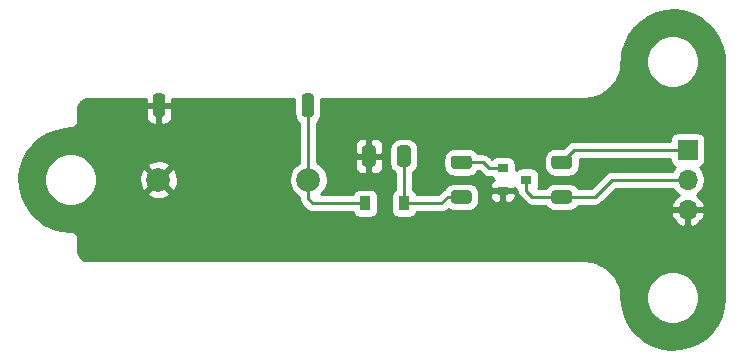
<source format=gbr>
G04 #@! TF.GenerationSoftware,KiCad,Pcbnew,5.1.10-88a1d61d58~90~ubuntu21.04.1*
G04 #@! TF.CreationDate,2021-08-24T10:00:05+02:00*
G04 #@! TF.ProjectId,Detector_SMD_Simple,44657465-6374-46f7-925f-534d445f5369,rev?*
G04 #@! TF.SameCoordinates,Original*
G04 #@! TF.FileFunction,Copper,L1,Top*
G04 #@! TF.FilePolarity,Positive*
%FSLAX46Y46*%
G04 Gerber Fmt 4.6, Leading zero omitted, Abs format (unit mm)*
G04 Created by KiCad (PCBNEW 5.1.10-88a1d61d58~90~ubuntu21.04.1) date 2021-08-24 10:00:05*
%MOMM*%
%LPD*%
G01*
G04 APERTURE LIST*
G04 #@! TA.AperFunction,ComponentPad*
%ADD10O,1.700000X1.700000*%
G04 #@! TD*
G04 #@! TA.AperFunction,ComponentPad*
%ADD11R,1.700000X1.700000*%
G04 #@! TD*
G04 #@! TA.AperFunction,ComponentPad*
%ADD12C,2.000000*%
G04 #@! TD*
G04 #@! TA.AperFunction,SMDPad,CuDef*
%ADD13R,0.900000X0.800000*%
G04 #@! TD*
G04 #@! TA.AperFunction,SMDPad,CuDef*
%ADD14R,0.900000X1.200000*%
G04 #@! TD*
G04 #@! TA.AperFunction,Conductor*
%ADD15C,0.250000*%
G04 #@! TD*
G04 #@! TA.AperFunction,Conductor*
%ADD16C,0.254000*%
G04 #@! TD*
G04 #@! TA.AperFunction,Conductor*
%ADD17C,0.100000*%
G04 #@! TD*
G04 APERTURE END LIST*
G04 #@! TA.AperFunction,SMDPad,CuDef*
G36*
G01*
X94974999Y-50900000D02*
X96225001Y-50900000D01*
G75*
G02*
X96475000Y-51149999I0J-249999D01*
G01*
X96475000Y-51775001D01*
G75*
G02*
X96225001Y-52025000I-249999J0D01*
G01*
X94974999Y-52025000D01*
G75*
G02*
X94725000Y-51775001I0J249999D01*
G01*
X94725000Y-51149999D01*
G75*
G02*
X94974999Y-50900000I249999J0D01*
G01*
G37*
G04 #@! TD.AperFunction*
G04 #@! TA.AperFunction,SMDPad,CuDef*
G36*
G01*
X94974999Y-47975000D02*
X96225001Y-47975000D01*
G75*
G02*
X96475000Y-48224999I0J-249999D01*
G01*
X96475000Y-48850001D01*
G75*
G02*
X96225001Y-49100000I-249999J0D01*
G01*
X94974999Y-49100000D01*
G75*
G02*
X94725000Y-48850001I0J249999D01*
G01*
X94725000Y-48224999D01*
G75*
G02*
X94974999Y-47975000I249999J0D01*
G01*
G37*
G04 #@! TD.AperFunction*
G04 #@! TA.AperFunction,SMDPad,CuDef*
G36*
G01*
X86474999Y-50900000D02*
X87725001Y-50900000D01*
G75*
G02*
X87975000Y-51149999I0J-249999D01*
G01*
X87975000Y-51775001D01*
G75*
G02*
X87725001Y-52025000I-249999J0D01*
G01*
X86474999Y-52025000D01*
G75*
G02*
X86225000Y-51775001I0J249999D01*
G01*
X86225000Y-51149999D01*
G75*
G02*
X86474999Y-50900000I249999J0D01*
G01*
G37*
G04 #@! TD.AperFunction*
G04 #@! TA.AperFunction,SMDPad,CuDef*
G36*
G01*
X86474999Y-47975000D02*
X87725001Y-47975000D01*
G75*
G02*
X87975000Y-48224999I0J-249999D01*
G01*
X87975000Y-48850001D01*
G75*
G02*
X87725001Y-49100000I-249999J0D01*
G01*
X86474999Y-49100000D01*
G75*
G02*
X86225000Y-48850001I0J249999D01*
G01*
X86225000Y-48224999D01*
G75*
G02*
X86474999Y-47975000I249999J0D01*
G01*
G37*
G04 #@! TD.AperFunction*
G04 #@! TA.AperFunction,SMDPad,CuDef*
G36*
G01*
X79850000Y-47349999D02*
X79850000Y-48650001D01*
G75*
G02*
X79600001Y-48900000I-249999J0D01*
G01*
X78949999Y-48900000D01*
G75*
G02*
X78700000Y-48650001I0J249999D01*
G01*
X78700000Y-47349999D01*
G75*
G02*
X78949999Y-47100000I249999J0D01*
G01*
X79600001Y-47100000D01*
G75*
G02*
X79850000Y-47349999I0J-249999D01*
G01*
G37*
G04 #@! TD.AperFunction*
G04 #@! TA.AperFunction,SMDPad,CuDef*
G36*
G01*
X82800000Y-47349999D02*
X82800000Y-48650001D01*
G75*
G02*
X82550001Y-48900000I-249999J0D01*
G01*
X81899999Y-48900000D01*
G75*
G02*
X81650000Y-48650001I0J249999D01*
G01*
X81650000Y-47349999D01*
G75*
G02*
X81899999Y-47100000I249999J0D01*
G01*
X82550001Y-47100000D01*
G75*
G02*
X82800000Y-47349999I0J-249999D01*
G01*
G37*
G04 #@! TD.AperFunction*
G04 #@! TA.AperFunction,SMDPad,CuDef*
G36*
G01*
X73600000Y-44450000D02*
X73600000Y-42950000D01*
G75*
G02*
X73850000Y-42700000I250000J0D01*
G01*
X74350000Y-42700000D01*
G75*
G02*
X74600000Y-42950000I0J-250000D01*
G01*
X74600000Y-44450000D01*
G75*
G02*
X74350000Y-44700000I-250000J0D01*
G01*
X73850000Y-44700000D01*
G75*
G02*
X73600000Y-44450000I0J250000D01*
G01*
G37*
G04 #@! TD.AperFunction*
G04 #@! TA.AperFunction,SMDPad,CuDef*
G36*
G01*
X61000000Y-44450000D02*
X61000000Y-42950000D01*
G75*
G02*
X61250000Y-42700000I250000J0D01*
G01*
X61750000Y-42700000D01*
G75*
G02*
X62000000Y-42950000I0J-250000D01*
G01*
X62000000Y-44450000D01*
G75*
G02*
X61750000Y-44700000I-250000J0D01*
G01*
X61250000Y-44700000D01*
G75*
G02*
X61000000Y-44450000I0J250000D01*
G01*
G37*
G04 #@! TD.AperFunction*
D10*
X106250000Y-52540000D03*
X106250000Y-50000000D03*
D11*
X106250000Y-47460000D03*
D12*
X74150000Y-50000000D03*
X61450000Y-50000000D03*
D13*
X92600000Y-50000000D03*
X90600000Y-50950000D03*
X90600000Y-49050000D03*
D14*
X78950000Y-52000000D03*
X82250000Y-52000000D03*
D15*
X87100000Y-51462500D02*
X85951500Y-51462500D01*
X85414000Y-52000000D02*
X82250000Y-52000000D01*
X85951500Y-51462500D02*
X85414000Y-52000000D01*
X82225000Y-48000000D02*
X82225000Y-49967000D01*
X82250000Y-49992000D02*
X82250000Y-52000000D01*
X82225000Y-49967000D02*
X82250000Y-49992000D01*
X96677500Y-47460000D02*
X95600000Y-48537500D01*
X106250000Y-47460000D02*
X96677500Y-47460000D01*
X74150000Y-50000000D02*
X74150000Y-51650000D01*
X74500000Y-52000000D02*
X78950000Y-52000000D01*
X74150000Y-51650000D02*
X74500000Y-52000000D01*
X74100000Y-49950000D02*
X74150000Y-50000000D01*
X74100000Y-43700000D02*
X74100000Y-49950000D01*
X95600000Y-51462500D02*
X98397500Y-51462500D01*
X99860000Y-50000000D02*
X106250000Y-50000000D01*
X98397500Y-51462500D02*
X99860000Y-50000000D01*
X92600000Y-50000000D02*
X92600000Y-50944000D01*
X93118500Y-51462500D02*
X95600000Y-51462500D01*
X92600000Y-50944000D02*
X93118500Y-51462500D01*
X87100000Y-48537500D02*
X88923500Y-48537500D01*
X89436000Y-49050000D02*
X90600000Y-49050000D01*
X88923500Y-48537500D02*
X89436000Y-49050000D01*
D16*
X105901795Y-35757406D02*
X106638838Y-35984150D01*
X107324083Y-36337832D01*
X107935866Y-36807270D01*
X108454850Y-37377624D01*
X108864632Y-38030874D01*
X109152255Y-38746359D01*
X109310748Y-39511691D01*
X109340001Y-40019037D01*
X109340000Y-59970608D01*
X109268827Y-60768083D01*
X109065344Y-61511890D01*
X108733363Y-62207904D01*
X108283374Y-62834130D01*
X107729597Y-63370777D01*
X107089549Y-63800871D01*
X106383447Y-64110829D01*
X105633620Y-64290847D01*
X104863758Y-64335236D01*
X104098210Y-64242594D01*
X103361163Y-64015850D01*
X102675919Y-63662170D01*
X102064131Y-63192728D01*
X101545151Y-62622376D01*
X101135368Y-61969126D01*
X100847745Y-61253639D01*
X100689252Y-60488309D01*
X100658906Y-59962008D01*
X100657037Y-59949351D01*
X100657223Y-59922730D01*
X100656323Y-59913558D01*
X100642273Y-59779872D01*
X102765000Y-59779872D01*
X102765000Y-60220128D01*
X102850890Y-60651925D01*
X103019369Y-61058669D01*
X103263962Y-61424729D01*
X103575271Y-61736038D01*
X103941331Y-61980631D01*
X104348075Y-62149110D01*
X104779872Y-62235000D01*
X105220128Y-62235000D01*
X105651925Y-62149110D01*
X106058669Y-61980631D01*
X106424729Y-61736038D01*
X106736038Y-61424729D01*
X106980631Y-61058669D01*
X107149110Y-60651925D01*
X107235000Y-60220128D01*
X107235000Y-59779872D01*
X107149110Y-59348075D01*
X106980631Y-58941331D01*
X106736038Y-58575271D01*
X106424729Y-58263962D01*
X106058669Y-58019369D01*
X105651925Y-57850890D01*
X105220128Y-57765000D01*
X104779872Y-57765000D01*
X104348075Y-57850890D01*
X103941331Y-58019369D01*
X103575271Y-58263962D01*
X103263962Y-58575271D01*
X103019369Y-58941331D01*
X102850890Y-59348075D01*
X102765000Y-59779872D01*
X100642273Y-59779872D01*
X100605322Y-59428316D01*
X100593302Y-59369760D01*
X100582086Y-59310959D01*
X100579422Y-59302138D01*
X100435142Y-58836044D01*
X100411954Y-58780881D01*
X100389552Y-58725435D01*
X100385226Y-58717299D01*
X100153162Y-58288106D01*
X100119729Y-58238539D01*
X100086958Y-58188460D01*
X100081134Y-58181319D01*
X99770125Y-57805374D01*
X99727708Y-57763252D01*
X99685826Y-57720483D01*
X99678725Y-57714610D01*
X99300618Y-57406233D01*
X99250809Y-57373141D01*
X99201437Y-57339334D01*
X99193331Y-57334952D01*
X98762527Y-57105890D01*
X98707233Y-57083099D01*
X98652240Y-57059529D01*
X98643437Y-57056804D01*
X98176347Y-56915781D01*
X98117653Y-56904159D01*
X98059156Y-56891725D01*
X98049991Y-56890762D01*
X97564405Y-56843150D01*
X97564402Y-56843150D01*
X97532419Y-56840000D01*
X55532277Y-56840000D01*
X55337460Y-56820898D01*
X55181105Y-56773692D01*
X55036904Y-56697018D01*
X54910336Y-56593792D01*
X54806232Y-56467951D01*
X54728553Y-56324289D01*
X54680258Y-56168271D01*
X54660000Y-55975527D01*
X54660000Y-54967581D01*
X54650450Y-54870617D01*
X54612710Y-54746207D01*
X54551425Y-54631550D01*
X54468948Y-54531052D01*
X54368449Y-54448575D01*
X54253792Y-54387290D01*
X54129382Y-54349550D01*
X54000000Y-54336807D01*
X53996965Y-54337106D01*
X53231917Y-54268827D01*
X52488110Y-54065344D01*
X51792096Y-53733363D01*
X51165870Y-53283374D01*
X50629223Y-52729597D01*
X50199129Y-52089549D01*
X49889171Y-51383447D01*
X49709153Y-50633620D01*
X49664764Y-49863759D01*
X49674915Y-49779872D01*
X51765000Y-49779872D01*
X51765000Y-50220128D01*
X51850890Y-50651925D01*
X52019369Y-51058669D01*
X52263962Y-51424729D01*
X52575271Y-51736038D01*
X52941331Y-51980631D01*
X53348075Y-52149110D01*
X53779872Y-52235000D01*
X54220128Y-52235000D01*
X54651925Y-52149110D01*
X55058669Y-51980631D01*
X55424729Y-51736038D01*
X55736038Y-51424729D01*
X55929352Y-51135413D01*
X60494192Y-51135413D01*
X60589956Y-51399814D01*
X60879571Y-51540704D01*
X61191108Y-51622384D01*
X61512595Y-51641718D01*
X61831675Y-51597961D01*
X62136088Y-51492795D01*
X62310044Y-51399814D01*
X62405808Y-51135413D01*
X61450000Y-50179605D01*
X60494192Y-51135413D01*
X55929352Y-51135413D01*
X55980631Y-51058669D01*
X56149110Y-50651925D01*
X56235000Y-50220128D01*
X56235000Y-50062595D01*
X59808282Y-50062595D01*
X59852039Y-50381675D01*
X59957205Y-50686088D01*
X60050186Y-50860044D01*
X60314587Y-50955808D01*
X61270395Y-50000000D01*
X61629605Y-50000000D01*
X62585413Y-50955808D01*
X62849814Y-50860044D01*
X62990704Y-50570429D01*
X63072384Y-50258892D01*
X63091718Y-49937405D01*
X63047961Y-49618325D01*
X62942795Y-49313912D01*
X62849814Y-49139956D01*
X62585413Y-49044192D01*
X61629605Y-50000000D01*
X61270395Y-50000000D01*
X60314587Y-49044192D01*
X60050186Y-49139956D01*
X59909296Y-49429571D01*
X59827616Y-49741108D01*
X59808282Y-50062595D01*
X56235000Y-50062595D01*
X56235000Y-49779872D01*
X56149110Y-49348075D01*
X55980631Y-48941331D01*
X55929353Y-48864587D01*
X60494192Y-48864587D01*
X61450000Y-49820395D01*
X62405808Y-48864587D01*
X62310044Y-48600186D01*
X62020429Y-48459296D01*
X61708892Y-48377616D01*
X61387405Y-48358282D01*
X61068325Y-48402039D01*
X60763912Y-48507205D01*
X60589956Y-48600186D01*
X60494192Y-48864587D01*
X55929353Y-48864587D01*
X55736038Y-48575271D01*
X55424729Y-48263962D01*
X55058669Y-48019369D01*
X54651925Y-47850890D01*
X54220128Y-47765000D01*
X53779872Y-47765000D01*
X53348075Y-47850890D01*
X52941331Y-48019369D01*
X52575271Y-48263962D01*
X52263962Y-48575271D01*
X52019369Y-48941331D01*
X51850890Y-49348075D01*
X51765000Y-49779872D01*
X49674915Y-49779872D01*
X49757406Y-49098205D01*
X49984150Y-48361162D01*
X50337832Y-47675917D01*
X50807270Y-47064134D01*
X51377624Y-46545150D01*
X52030874Y-46135368D01*
X52746359Y-45847745D01*
X53511691Y-45689252D01*
X53986575Y-45661871D01*
X54000000Y-45663193D01*
X54129382Y-45650450D01*
X54253792Y-45612710D01*
X54368449Y-45551425D01*
X54468948Y-45468948D01*
X54551425Y-45368450D01*
X54612710Y-45253793D01*
X54650450Y-45129383D01*
X54660000Y-45032419D01*
X54660000Y-44700000D01*
X60361928Y-44700000D01*
X60374188Y-44824482D01*
X60410498Y-44944180D01*
X60469463Y-45054494D01*
X60548815Y-45151185D01*
X60645506Y-45230537D01*
X60755820Y-45289502D01*
X60875518Y-45325812D01*
X61000000Y-45338072D01*
X61214250Y-45335000D01*
X61373000Y-45176250D01*
X61373000Y-43827000D01*
X61627000Y-43827000D01*
X61627000Y-45176250D01*
X61785750Y-45335000D01*
X62000000Y-45338072D01*
X62124482Y-45325812D01*
X62244180Y-45289502D01*
X62354494Y-45230537D01*
X62451185Y-45151185D01*
X62530537Y-45054494D01*
X62589502Y-44944180D01*
X62625812Y-44824482D01*
X62638072Y-44700000D01*
X62635000Y-43985750D01*
X62476250Y-43827000D01*
X61627000Y-43827000D01*
X61373000Y-43827000D01*
X60523750Y-43827000D01*
X60365000Y-43985750D01*
X60361928Y-44700000D01*
X54660000Y-44700000D01*
X54660000Y-44032277D01*
X54679102Y-43837460D01*
X54726308Y-43681106D01*
X54802982Y-43536904D01*
X54906207Y-43410337D01*
X55032051Y-43306231D01*
X55175711Y-43228553D01*
X55331729Y-43180258D01*
X55524473Y-43160000D01*
X60363906Y-43160000D01*
X60365000Y-43414250D01*
X60523750Y-43573000D01*
X61373000Y-43573000D01*
X61373000Y-43553000D01*
X61627000Y-43553000D01*
X61627000Y-43573000D01*
X62476250Y-43573000D01*
X62635000Y-43414250D01*
X62636094Y-43160000D01*
X72961928Y-43160000D01*
X72961928Y-44450000D01*
X72978992Y-44623254D01*
X73029528Y-44789850D01*
X73111595Y-44943386D01*
X73222038Y-45077962D01*
X73340000Y-45174771D01*
X73340001Y-48574827D01*
X73107748Y-48730013D01*
X72880013Y-48957748D01*
X72701082Y-49225537D01*
X72577832Y-49523088D01*
X72515000Y-49838967D01*
X72515000Y-50161033D01*
X72577832Y-50476912D01*
X72701082Y-50774463D01*
X72880013Y-51042252D01*
X73107748Y-51269987D01*
X73375537Y-51448918D01*
X73390001Y-51454909D01*
X73390001Y-51612668D01*
X73386324Y-51650000D01*
X73390001Y-51687333D01*
X73398447Y-51773080D01*
X73400998Y-51798985D01*
X73444454Y-51942246D01*
X73515026Y-52074276D01*
X73586201Y-52161002D01*
X73610000Y-52190001D01*
X73638998Y-52213799D01*
X73936196Y-52510997D01*
X73959999Y-52540001D01*
X74075724Y-52634974D01*
X74207753Y-52705546D01*
X74351014Y-52749003D01*
X74462667Y-52760000D01*
X74462675Y-52760000D01*
X74500000Y-52763676D01*
X74537325Y-52760000D01*
X77884962Y-52760000D01*
X77910498Y-52844180D01*
X77969463Y-52954494D01*
X78048815Y-53051185D01*
X78145506Y-53130537D01*
X78255820Y-53189502D01*
X78375518Y-53225812D01*
X78500000Y-53238072D01*
X79400000Y-53238072D01*
X79524482Y-53225812D01*
X79644180Y-53189502D01*
X79754494Y-53130537D01*
X79851185Y-53051185D01*
X79930537Y-52954494D01*
X79989502Y-52844180D01*
X80025812Y-52724482D01*
X80038072Y-52600000D01*
X80038072Y-51400000D01*
X80025812Y-51275518D01*
X79989502Y-51155820D01*
X79930537Y-51045506D01*
X79851185Y-50948815D01*
X79754494Y-50869463D01*
X79644180Y-50810498D01*
X79524482Y-50774188D01*
X79400000Y-50761928D01*
X78500000Y-50761928D01*
X78375518Y-50774188D01*
X78255820Y-50810498D01*
X78145506Y-50869463D01*
X78048815Y-50948815D01*
X77969463Y-51045506D01*
X77910498Y-51155820D01*
X77884962Y-51240000D01*
X75222239Y-51240000D01*
X75419987Y-51042252D01*
X75598918Y-50774463D01*
X75722168Y-50476912D01*
X75785000Y-50161033D01*
X75785000Y-49838967D01*
X75722168Y-49523088D01*
X75598918Y-49225537D01*
X75419987Y-48957748D01*
X75362239Y-48900000D01*
X78061928Y-48900000D01*
X78074188Y-49024482D01*
X78110498Y-49144180D01*
X78169463Y-49254494D01*
X78248815Y-49351185D01*
X78345506Y-49430537D01*
X78455820Y-49489502D01*
X78575518Y-49525812D01*
X78700000Y-49538072D01*
X78989250Y-49535000D01*
X79148000Y-49376250D01*
X79148000Y-48127000D01*
X79402000Y-48127000D01*
X79402000Y-49376250D01*
X79560750Y-49535000D01*
X79850000Y-49538072D01*
X79974482Y-49525812D01*
X80094180Y-49489502D01*
X80204494Y-49430537D01*
X80301185Y-49351185D01*
X80380537Y-49254494D01*
X80439502Y-49144180D01*
X80475812Y-49024482D01*
X80488072Y-48900000D01*
X80485000Y-48285750D01*
X80326250Y-48127000D01*
X79402000Y-48127000D01*
X79148000Y-48127000D01*
X78223750Y-48127000D01*
X78065000Y-48285750D01*
X78061928Y-48900000D01*
X75362239Y-48900000D01*
X75192252Y-48730013D01*
X74924463Y-48551082D01*
X74860000Y-48524380D01*
X74860000Y-47100000D01*
X78061928Y-47100000D01*
X78065000Y-47714250D01*
X78223750Y-47873000D01*
X79148000Y-47873000D01*
X79148000Y-46623750D01*
X79402000Y-46623750D01*
X79402000Y-47873000D01*
X80326250Y-47873000D01*
X80485000Y-47714250D01*
X80486821Y-47349999D01*
X81011928Y-47349999D01*
X81011928Y-48650001D01*
X81028992Y-48823255D01*
X81079528Y-48989851D01*
X81161595Y-49143387D01*
X81272038Y-49277962D01*
X81406613Y-49388405D01*
X81465001Y-49419614D01*
X81465001Y-49929668D01*
X81461324Y-49967000D01*
X81465001Y-50004333D01*
X81475998Y-50115986D01*
X81483581Y-50140985D01*
X81490000Y-50162146D01*
X81490000Y-50845680D01*
X81445506Y-50869463D01*
X81348815Y-50948815D01*
X81269463Y-51045506D01*
X81210498Y-51155820D01*
X81174188Y-51275518D01*
X81161928Y-51400000D01*
X81161928Y-52600000D01*
X81174188Y-52724482D01*
X81210498Y-52844180D01*
X81269463Y-52954494D01*
X81348815Y-53051185D01*
X81445506Y-53130537D01*
X81555820Y-53189502D01*
X81675518Y-53225812D01*
X81800000Y-53238072D01*
X82700000Y-53238072D01*
X82824482Y-53225812D01*
X82944180Y-53189502D01*
X83054494Y-53130537D01*
X83151185Y-53051185D01*
X83230537Y-52954494D01*
X83261327Y-52896890D01*
X104808524Y-52896890D01*
X104853175Y-53044099D01*
X104978359Y-53306920D01*
X105152412Y-53540269D01*
X105368645Y-53735178D01*
X105618748Y-53884157D01*
X105893109Y-53981481D01*
X106123000Y-53860814D01*
X106123000Y-52667000D01*
X106377000Y-52667000D01*
X106377000Y-53860814D01*
X106606891Y-53981481D01*
X106881252Y-53884157D01*
X107131355Y-53735178D01*
X107347588Y-53540269D01*
X107521641Y-53306920D01*
X107646825Y-53044099D01*
X107691476Y-52896890D01*
X107570155Y-52667000D01*
X106377000Y-52667000D01*
X106123000Y-52667000D01*
X104929845Y-52667000D01*
X104808524Y-52896890D01*
X83261327Y-52896890D01*
X83289502Y-52844180D01*
X83315038Y-52760000D01*
X85376678Y-52760000D01*
X85414000Y-52763676D01*
X85451322Y-52760000D01*
X85451333Y-52760000D01*
X85562986Y-52749003D01*
X85706247Y-52705546D01*
X85838276Y-52634974D01*
X85954001Y-52540001D01*
X85977803Y-52510998D01*
X85978198Y-52510603D01*
X85981613Y-52513405D01*
X86135149Y-52595472D01*
X86301745Y-52646008D01*
X86474999Y-52663072D01*
X87725001Y-52663072D01*
X87898255Y-52646008D01*
X88064851Y-52595472D01*
X88218387Y-52513405D01*
X88352962Y-52402962D01*
X88463405Y-52268387D01*
X88545472Y-52114851D01*
X88596008Y-51948255D01*
X88613072Y-51775001D01*
X88613072Y-51350000D01*
X89511928Y-51350000D01*
X89524188Y-51474482D01*
X89560498Y-51594180D01*
X89619463Y-51704494D01*
X89698815Y-51801185D01*
X89795506Y-51880537D01*
X89905820Y-51939502D01*
X90025518Y-51975812D01*
X90150000Y-51988072D01*
X90314250Y-51985000D01*
X90473000Y-51826250D01*
X90473000Y-51077000D01*
X90727000Y-51077000D01*
X90727000Y-51826250D01*
X90885750Y-51985000D01*
X91050000Y-51988072D01*
X91174482Y-51975812D01*
X91294180Y-51939502D01*
X91404494Y-51880537D01*
X91501185Y-51801185D01*
X91580537Y-51704494D01*
X91639502Y-51594180D01*
X91675812Y-51474482D01*
X91688072Y-51350000D01*
X91685000Y-51235750D01*
X91526250Y-51077000D01*
X90727000Y-51077000D01*
X90473000Y-51077000D01*
X89673750Y-51077000D01*
X89515000Y-51235750D01*
X89511928Y-51350000D01*
X88613072Y-51350000D01*
X88613072Y-51149999D01*
X88596008Y-50976745D01*
X88545472Y-50810149D01*
X88463405Y-50656613D01*
X88352962Y-50522038D01*
X88218387Y-50411595D01*
X88064851Y-50329528D01*
X87898255Y-50278992D01*
X87725001Y-50261928D01*
X86474999Y-50261928D01*
X86301745Y-50278992D01*
X86135149Y-50329528D01*
X85981613Y-50411595D01*
X85847038Y-50522038D01*
X85736595Y-50656613D01*
X85687549Y-50748371D01*
X85659253Y-50756954D01*
X85527224Y-50827526D01*
X85411499Y-50922499D01*
X85387701Y-50951497D01*
X85099199Y-51240000D01*
X83315038Y-51240000D01*
X83289502Y-51155820D01*
X83230537Y-51045506D01*
X83151185Y-50948815D01*
X83054494Y-50869463D01*
X83010000Y-50845680D01*
X83010000Y-50029322D01*
X83013676Y-49991999D01*
X83010000Y-49954677D01*
X83010000Y-49954667D01*
X82999003Y-49843014D01*
X82985000Y-49796851D01*
X82985000Y-49419614D01*
X83043387Y-49388405D01*
X83177962Y-49277962D01*
X83288405Y-49143387D01*
X83370472Y-48989851D01*
X83421008Y-48823255D01*
X83438072Y-48650001D01*
X83438072Y-48224999D01*
X85586928Y-48224999D01*
X85586928Y-48850001D01*
X85603992Y-49023255D01*
X85654528Y-49189851D01*
X85736595Y-49343387D01*
X85847038Y-49477962D01*
X85981613Y-49588405D01*
X86135149Y-49670472D01*
X86301745Y-49721008D01*
X86474999Y-49738072D01*
X87725001Y-49738072D01*
X87898255Y-49721008D01*
X88064851Y-49670472D01*
X88218387Y-49588405D01*
X88352962Y-49477962D01*
X88463405Y-49343387D01*
X88487932Y-49297500D01*
X88608698Y-49297500D01*
X88872205Y-49561007D01*
X88895999Y-49590001D01*
X88924992Y-49613795D01*
X88924996Y-49613799D01*
X88978556Y-49657754D01*
X89011724Y-49684974D01*
X89143753Y-49755546D01*
X89287014Y-49799003D01*
X89398667Y-49810000D01*
X89398676Y-49810000D01*
X89435999Y-49813676D01*
X89473322Y-49810000D01*
X89623982Y-49810000D01*
X89698815Y-49901185D01*
X89795506Y-49980537D01*
X89831918Y-50000000D01*
X89795506Y-50019463D01*
X89698815Y-50098815D01*
X89619463Y-50195506D01*
X89560498Y-50305820D01*
X89524188Y-50425518D01*
X89511928Y-50550000D01*
X89515000Y-50664250D01*
X89673750Y-50823000D01*
X90473000Y-50823000D01*
X90473000Y-50803000D01*
X90727000Y-50803000D01*
X90727000Y-50823000D01*
X91526250Y-50823000D01*
X91610857Y-50738393D01*
X91619463Y-50754494D01*
X91698815Y-50851185D01*
X91795506Y-50930537D01*
X91837193Y-50952819D01*
X91840001Y-50981333D01*
X91850998Y-51092986D01*
X91852679Y-51098526D01*
X91894454Y-51236246D01*
X91965026Y-51368276D01*
X92031208Y-51448918D01*
X92060000Y-51484001D01*
X92088998Y-51507799D01*
X92554700Y-51973502D01*
X92578499Y-52002501D01*
X92694224Y-52097474D01*
X92826253Y-52168046D01*
X92969514Y-52211503D01*
X93081167Y-52222500D01*
X93081175Y-52222500D01*
X93118500Y-52226176D01*
X93155825Y-52222500D01*
X94212068Y-52222500D01*
X94236595Y-52268387D01*
X94347038Y-52402962D01*
X94481613Y-52513405D01*
X94635149Y-52595472D01*
X94801745Y-52646008D01*
X94974999Y-52663072D01*
X96225001Y-52663072D01*
X96398255Y-52646008D01*
X96564851Y-52595472D01*
X96718387Y-52513405D01*
X96852962Y-52402962D01*
X96963405Y-52268387D01*
X96987932Y-52222500D01*
X98360178Y-52222500D01*
X98397500Y-52226176D01*
X98434822Y-52222500D01*
X98434833Y-52222500D01*
X98546486Y-52211503D01*
X98689747Y-52168046D01*
X98821776Y-52097474D01*
X98937501Y-52002501D01*
X98961304Y-51973497D01*
X100174802Y-50760000D01*
X104971822Y-50760000D01*
X105096525Y-50946632D01*
X105303368Y-51153475D01*
X105485534Y-51275195D01*
X105368645Y-51344822D01*
X105152412Y-51539731D01*
X104978359Y-51773080D01*
X104853175Y-52035901D01*
X104808524Y-52183110D01*
X104929845Y-52413000D01*
X106123000Y-52413000D01*
X106123000Y-52393000D01*
X106377000Y-52393000D01*
X106377000Y-52413000D01*
X107570155Y-52413000D01*
X107691476Y-52183110D01*
X107646825Y-52035901D01*
X107521641Y-51773080D01*
X107347588Y-51539731D01*
X107131355Y-51344822D01*
X107014466Y-51275195D01*
X107196632Y-51153475D01*
X107403475Y-50946632D01*
X107565990Y-50703411D01*
X107677932Y-50433158D01*
X107735000Y-50146260D01*
X107735000Y-49853740D01*
X107677932Y-49566842D01*
X107565990Y-49296589D01*
X107403475Y-49053368D01*
X107271620Y-48921513D01*
X107344180Y-48899502D01*
X107454494Y-48840537D01*
X107551185Y-48761185D01*
X107630537Y-48664494D01*
X107689502Y-48554180D01*
X107725812Y-48434482D01*
X107738072Y-48310000D01*
X107738072Y-46610000D01*
X107725812Y-46485518D01*
X107689502Y-46365820D01*
X107630537Y-46255506D01*
X107551185Y-46158815D01*
X107454494Y-46079463D01*
X107344180Y-46020498D01*
X107224482Y-45984188D01*
X107100000Y-45971928D01*
X105400000Y-45971928D01*
X105275518Y-45984188D01*
X105155820Y-46020498D01*
X105045506Y-46079463D01*
X104948815Y-46158815D01*
X104869463Y-46255506D01*
X104810498Y-46365820D01*
X104774188Y-46485518D01*
X104761928Y-46610000D01*
X104761928Y-46700000D01*
X96714822Y-46700000D01*
X96677499Y-46696324D01*
X96640176Y-46700000D01*
X96640167Y-46700000D01*
X96528514Y-46710997D01*
X96385253Y-46754454D01*
X96253223Y-46825026D01*
X96185134Y-46880906D01*
X96137499Y-46919999D01*
X96113701Y-46948997D01*
X95725770Y-47336928D01*
X94974999Y-47336928D01*
X94801745Y-47353992D01*
X94635149Y-47404528D01*
X94481613Y-47486595D01*
X94347038Y-47597038D01*
X94236595Y-47731613D01*
X94154528Y-47885149D01*
X94103992Y-48051745D01*
X94086928Y-48224999D01*
X94086928Y-48850001D01*
X94103992Y-49023255D01*
X94154528Y-49189851D01*
X94236595Y-49343387D01*
X94347038Y-49477962D01*
X94481613Y-49588405D01*
X94635149Y-49670472D01*
X94801745Y-49721008D01*
X94974999Y-49738072D01*
X96225001Y-49738072D01*
X96398255Y-49721008D01*
X96564851Y-49670472D01*
X96718387Y-49588405D01*
X96852962Y-49477962D01*
X96963405Y-49343387D01*
X97045472Y-49189851D01*
X97096008Y-49023255D01*
X97113072Y-48850001D01*
X97113072Y-48224999D01*
X97112580Y-48220000D01*
X104761928Y-48220000D01*
X104761928Y-48310000D01*
X104774188Y-48434482D01*
X104810498Y-48554180D01*
X104869463Y-48664494D01*
X104948815Y-48761185D01*
X105045506Y-48840537D01*
X105155820Y-48899502D01*
X105228380Y-48921513D01*
X105096525Y-49053368D01*
X104971822Y-49240000D01*
X99897322Y-49240000D01*
X99859999Y-49236324D01*
X99822676Y-49240000D01*
X99822667Y-49240000D01*
X99711014Y-49250997D01*
X99567753Y-49294454D01*
X99435724Y-49365026D01*
X99319999Y-49459999D01*
X99296201Y-49488997D01*
X98082699Y-50702500D01*
X96987932Y-50702500D01*
X96963405Y-50656613D01*
X96852962Y-50522038D01*
X96718387Y-50411595D01*
X96564851Y-50329528D01*
X96398255Y-50278992D01*
X96225001Y-50261928D01*
X94974999Y-50261928D01*
X94801745Y-50278992D01*
X94635149Y-50329528D01*
X94481613Y-50411595D01*
X94347038Y-50522038D01*
X94236595Y-50656613D01*
X94212068Y-50702500D01*
X93608329Y-50702500D01*
X93639502Y-50644180D01*
X93675812Y-50524482D01*
X93688072Y-50400000D01*
X93688072Y-49600000D01*
X93675812Y-49475518D01*
X93639502Y-49355820D01*
X93580537Y-49245506D01*
X93501185Y-49148815D01*
X93404494Y-49069463D01*
X93294180Y-49010498D01*
X93174482Y-48974188D01*
X93050000Y-48961928D01*
X92150000Y-48961928D01*
X92025518Y-48974188D01*
X91905820Y-49010498D01*
X91795506Y-49069463D01*
X91698815Y-49148815D01*
X91688072Y-49161905D01*
X91688072Y-48650000D01*
X91675812Y-48525518D01*
X91639502Y-48405820D01*
X91580537Y-48295506D01*
X91501185Y-48198815D01*
X91404494Y-48119463D01*
X91294180Y-48060498D01*
X91174482Y-48024188D01*
X91050000Y-48011928D01*
X90150000Y-48011928D01*
X90025518Y-48024188D01*
X89905820Y-48060498D01*
X89795506Y-48119463D01*
X89698815Y-48198815D01*
X89681146Y-48220344D01*
X89487303Y-48026502D01*
X89463501Y-47997499D01*
X89347776Y-47902526D01*
X89215747Y-47831954D01*
X89072486Y-47788497D01*
X88960833Y-47777500D01*
X88960822Y-47777500D01*
X88923500Y-47773824D01*
X88886178Y-47777500D01*
X88487932Y-47777500D01*
X88463405Y-47731613D01*
X88352962Y-47597038D01*
X88218387Y-47486595D01*
X88064851Y-47404528D01*
X87898255Y-47353992D01*
X87725001Y-47336928D01*
X86474999Y-47336928D01*
X86301745Y-47353992D01*
X86135149Y-47404528D01*
X85981613Y-47486595D01*
X85847038Y-47597038D01*
X85736595Y-47731613D01*
X85654528Y-47885149D01*
X85603992Y-48051745D01*
X85586928Y-48224999D01*
X83438072Y-48224999D01*
X83438072Y-47349999D01*
X83421008Y-47176745D01*
X83370472Y-47010149D01*
X83288405Y-46856613D01*
X83177962Y-46722038D01*
X83043387Y-46611595D01*
X82889851Y-46529528D01*
X82723255Y-46478992D01*
X82550001Y-46461928D01*
X81899999Y-46461928D01*
X81726745Y-46478992D01*
X81560149Y-46529528D01*
X81406613Y-46611595D01*
X81272038Y-46722038D01*
X81161595Y-46856613D01*
X81079528Y-47010149D01*
X81028992Y-47176745D01*
X81011928Y-47349999D01*
X80486821Y-47349999D01*
X80488072Y-47100000D01*
X80475812Y-46975518D01*
X80439502Y-46855820D01*
X80380537Y-46745506D01*
X80301185Y-46648815D01*
X80204494Y-46569463D01*
X80094180Y-46510498D01*
X79974482Y-46474188D01*
X79850000Y-46461928D01*
X79560750Y-46465000D01*
X79402000Y-46623750D01*
X79148000Y-46623750D01*
X78989250Y-46465000D01*
X78700000Y-46461928D01*
X78575518Y-46474188D01*
X78455820Y-46510498D01*
X78345506Y-46569463D01*
X78248815Y-46648815D01*
X78169463Y-46745506D01*
X78110498Y-46855820D01*
X78074188Y-46975518D01*
X78061928Y-47100000D01*
X74860000Y-47100000D01*
X74860000Y-45174770D01*
X74977962Y-45077962D01*
X75088405Y-44943386D01*
X75170472Y-44789850D01*
X75221008Y-44623254D01*
X75238072Y-44450000D01*
X75238072Y-43160000D01*
X97532419Y-43160000D01*
X97561718Y-43157114D01*
X97577271Y-43157223D01*
X97586442Y-43156323D01*
X98071684Y-43105322D01*
X98130247Y-43093301D01*
X98189040Y-43082086D01*
X98197862Y-43079422D01*
X98663956Y-42935142D01*
X98719086Y-42911967D01*
X98774565Y-42889553D01*
X98782701Y-42885226D01*
X99211894Y-42653162D01*
X99261461Y-42619729D01*
X99311540Y-42586958D01*
X99318681Y-42581133D01*
X99694627Y-42270125D01*
X99736767Y-42227689D01*
X99779517Y-42185826D01*
X99785391Y-42178725D01*
X100093767Y-41800618D01*
X100126859Y-41750809D01*
X100160666Y-41701437D01*
X100165047Y-41693333D01*
X100165051Y-41693325D01*
X100394111Y-41262527D01*
X100416910Y-41207212D01*
X100440471Y-41152240D01*
X100443196Y-41143437D01*
X100584219Y-40676348D01*
X100595845Y-40617631D01*
X100608275Y-40559155D01*
X100609238Y-40549991D01*
X100656850Y-40064404D01*
X100656850Y-40062307D01*
X100657387Y-40058670D01*
X100682269Y-39779872D01*
X102765000Y-39779872D01*
X102765000Y-40220128D01*
X102850890Y-40651925D01*
X103019369Y-41058669D01*
X103263962Y-41424729D01*
X103575271Y-41736038D01*
X103941331Y-41980631D01*
X104348075Y-42149110D01*
X104779872Y-42235000D01*
X105220128Y-42235000D01*
X105651925Y-42149110D01*
X106058669Y-41980631D01*
X106424729Y-41736038D01*
X106736038Y-41424729D01*
X106980631Y-41058669D01*
X107149110Y-40651925D01*
X107235000Y-40220128D01*
X107235000Y-39779872D01*
X107149110Y-39348075D01*
X106980631Y-38941331D01*
X106736038Y-38575271D01*
X106424729Y-38263962D01*
X106058669Y-38019369D01*
X105651925Y-37850890D01*
X105220128Y-37765000D01*
X104779872Y-37765000D01*
X104348075Y-37850890D01*
X103941331Y-38019369D01*
X103575271Y-38263962D01*
X103263962Y-38575271D01*
X103019369Y-38941331D01*
X102850890Y-39348075D01*
X102765000Y-39779872D01*
X100682269Y-39779872D01*
X100731173Y-39231917D01*
X100934656Y-38488109D01*
X101266638Y-37792095D01*
X101716626Y-37165870D01*
X102270403Y-36629223D01*
X102910451Y-36199129D01*
X103616553Y-35889171D01*
X104366380Y-35709153D01*
X105136241Y-35664764D01*
X105901795Y-35757406D01*
G04 #@! TA.AperFunction,Conductor*
D17*
G36*
X105901795Y-35757406D02*
G01*
X106638838Y-35984150D01*
X107324083Y-36337832D01*
X107935866Y-36807270D01*
X108454850Y-37377624D01*
X108864632Y-38030874D01*
X109152255Y-38746359D01*
X109310748Y-39511691D01*
X109340001Y-40019037D01*
X109340000Y-59970608D01*
X109268827Y-60768083D01*
X109065344Y-61511890D01*
X108733363Y-62207904D01*
X108283374Y-62834130D01*
X107729597Y-63370777D01*
X107089549Y-63800871D01*
X106383447Y-64110829D01*
X105633620Y-64290847D01*
X104863758Y-64335236D01*
X104098210Y-64242594D01*
X103361163Y-64015850D01*
X102675919Y-63662170D01*
X102064131Y-63192728D01*
X101545151Y-62622376D01*
X101135368Y-61969126D01*
X100847745Y-61253639D01*
X100689252Y-60488309D01*
X100658906Y-59962008D01*
X100657037Y-59949351D01*
X100657223Y-59922730D01*
X100656323Y-59913558D01*
X100642273Y-59779872D01*
X102765000Y-59779872D01*
X102765000Y-60220128D01*
X102850890Y-60651925D01*
X103019369Y-61058669D01*
X103263962Y-61424729D01*
X103575271Y-61736038D01*
X103941331Y-61980631D01*
X104348075Y-62149110D01*
X104779872Y-62235000D01*
X105220128Y-62235000D01*
X105651925Y-62149110D01*
X106058669Y-61980631D01*
X106424729Y-61736038D01*
X106736038Y-61424729D01*
X106980631Y-61058669D01*
X107149110Y-60651925D01*
X107235000Y-60220128D01*
X107235000Y-59779872D01*
X107149110Y-59348075D01*
X106980631Y-58941331D01*
X106736038Y-58575271D01*
X106424729Y-58263962D01*
X106058669Y-58019369D01*
X105651925Y-57850890D01*
X105220128Y-57765000D01*
X104779872Y-57765000D01*
X104348075Y-57850890D01*
X103941331Y-58019369D01*
X103575271Y-58263962D01*
X103263962Y-58575271D01*
X103019369Y-58941331D01*
X102850890Y-59348075D01*
X102765000Y-59779872D01*
X100642273Y-59779872D01*
X100605322Y-59428316D01*
X100593302Y-59369760D01*
X100582086Y-59310959D01*
X100579422Y-59302138D01*
X100435142Y-58836044D01*
X100411954Y-58780881D01*
X100389552Y-58725435D01*
X100385226Y-58717299D01*
X100153162Y-58288106D01*
X100119729Y-58238539D01*
X100086958Y-58188460D01*
X100081134Y-58181319D01*
X99770125Y-57805374D01*
X99727708Y-57763252D01*
X99685826Y-57720483D01*
X99678725Y-57714610D01*
X99300618Y-57406233D01*
X99250809Y-57373141D01*
X99201437Y-57339334D01*
X99193331Y-57334952D01*
X98762527Y-57105890D01*
X98707233Y-57083099D01*
X98652240Y-57059529D01*
X98643437Y-57056804D01*
X98176347Y-56915781D01*
X98117653Y-56904159D01*
X98059156Y-56891725D01*
X98049991Y-56890762D01*
X97564405Y-56843150D01*
X97564402Y-56843150D01*
X97532419Y-56840000D01*
X55532277Y-56840000D01*
X55337460Y-56820898D01*
X55181105Y-56773692D01*
X55036904Y-56697018D01*
X54910336Y-56593792D01*
X54806232Y-56467951D01*
X54728553Y-56324289D01*
X54680258Y-56168271D01*
X54660000Y-55975527D01*
X54660000Y-54967581D01*
X54650450Y-54870617D01*
X54612710Y-54746207D01*
X54551425Y-54631550D01*
X54468948Y-54531052D01*
X54368449Y-54448575D01*
X54253792Y-54387290D01*
X54129382Y-54349550D01*
X54000000Y-54336807D01*
X53996965Y-54337106D01*
X53231917Y-54268827D01*
X52488110Y-54065344D01*
X51792096Y-53733363D01*
X51165870Y-53283374D01*
X50629223Y-52729597D01*
X50199129Y-52089549D01*
X49889171Y-51383447D01*
X49709153Y-50633620D01*
X49664764Y-49863759D01*
X49674915Y-49779872D01*
X51765000Y-49779872D01*
X51765000Y-50220128D01*
X51850890Y-50651925D01*
X52019369Y-51058669D01*
X52263962Y-51424729D01*
X52575271Y-51736038D01*
X52941331Y-51980631D01*
X53348075Y-52149110D01*
X53779872Y-52235000D01*
X54220128Y-52235000D01*
X54651925Y-52149110D01*
X55058669Y-51980631D01*
X55424729Y-51736038D01*
X55736038Y-51424729D01*
X55929352Y-51135413D01*
X60494192Y-51135413D01*
X60589956Y-51399814D01*
X60879571Y-51540704D01*
X61191108Y-51622384D01*
X61512595Y-51641718D01*
X61831675Y-51597961D01*
X62136088Y-51492795D01*
X62310044Y-51399814D01*
X62405808Y-51135413D01*
X61450000Y-50179605D01*
X60494192Y-51135413D01*
X55929352Y-51135413D01*
X55980631Y-51058669D01*
X56149110Y-50651925D01*
X56235000Y-50220128D01*
X56235000Y-50062595D01*
X59808282Y-50062595D01*
X59852039Y-50381675D01*
X59957205Y-50686088D01*
X60050186Y-50860044D01*
X60314587Y-50955808D01*
X61270395Y-50000000D01*
X61629605Y-50000000D01*
X62585413Y-50955808D01*
X62849814Y-50860044D01*
X62990704Y-50570429D01*
X63072384Y-50258892D01*
X63091718Y-49937405D01*
X63047961Y-49618325D01*
X62942795Y-49313912D01*
X62849814Y-49139956D01*
X62585413Y-49044192D01*
X61629605Y-50000000D01*
X61270395Y-50000000D01*
X60314587Y-49044192D01*
X60050186Y-49139956D01*
X59909296Y-49429571D01*
X59827616Y-49741108D01*
X59808282Y-50062595D01*
X56235000Y-50062595D01*
X56235000Y-49779872D01*
X56149110Y-49348075D01*
X55980631Y-48941331D01*
X55929353Y-48864587D01*
X60494192Y-48864587D01*
X61450000Y-49820395D01*
X62405808Y-48864587D01*
X62310044Y-48600186D01*
X62020429Y-48459296D01*
X61708892Y-48377616D01*
X61387405Y-48358282D01*
X61068325Y-48402039D01*
X60763912Y-48507205D01*
X60589956Y-48600186D01*
X60494192Y-48864587D01*
X55929353Y-48864587D01*
X55736038Y-48575271D01*
X55424729Y-48263962D01*
X55058669Y-48019369D01*
X54651925Y-47850890D01*
X54220128Y-47765000D01*
X53779872Y-47765000D01*
X53348075Y-47850890D01*
X52941331Y-48019369D01*
X52575271Y-48263962D01*
X52263962Y-48575271D01*
X52019369Y-48941331D01*
X51850890Y-49348075D01*
X51765000Y-49779872D01*
X49674915Y-49779872D01*
X49757406Y-49098205D01*
X49984150Y-48361162D01*
X50337832Y-47675917D01*
X50807270Y-47064134D01*
X51377624Y-46545150D01*
X52030874Y-46135368D01*
X52746359Y-45847745D01*
X53511691Y-45689252D01*
X53986575Y-45661871D01*
X54000000Y-45663193D01*
X54129382Y-45650450D01*
X54253792Y-45612710D01*
X54368449Y-45551425D01*
X54468948Y-45468948D01*
X54551425Y-45368450D01*
X54612710Y-45253793D01*
X54650450Y-45129383D01*
X54660000Y-45032419D01*
X54660000Y-44700000D01*
X60361928Y-44700000D01*
X60374188Y-44824482D01*
X60410498Y-44944180D01*
X60469463Y-45054494D01*
X60548815Y-45151185D01*
X60645506Y-45230537D01*
X60755820Y-45289502D01*
X60875518Y-45325812D01*
X61000000Y-45338072D01*
X61214250Y-45335000D01*
X61373000Y-45176250D01*
X61373000Y-43827000D01*
X61627000Y-43827000D01*
X61627000Y-45176250D01*
X61785750Y-45335000D01*
X62000000Y-45338072D01*
X62124482Y-45325812D01*
X62244180Y-45289502D01*
X62354494Y-45230537D01*
X62451185Y-45151185D01*
X62530537Y-45054494D01*
X62589502Y-44944180D01*
X62625812Y-44824482D01*
X62638072Y-44700000D01*
X62635000Y-43985750D01*
X62476250Y-43827000D01*
X61627000Y-43827000D01*
X61373000Y-43827000D01*
X60523750Y-43827000D01*
X60365000Y-43985750D01*
X60361928Y-44700000D01*
X54660000Y-44700000D01*
X54660000Y-44032277D01*
X54679102Y-43837460D01*
X54726308Y-43681106D01*
X54802982Y-43536904D01*
X54906207Y-43410337D01*
X55032051Y-43306231D01*
X55175711Y-43228553D01*
X55331729Y-43180258D01*
X55524473Y-43160000D01*
X60363906Y-43160000D01*
X60365000Y-43414250D01*
X60523750Y-43573000D01*
X61373000Y-43573000D01*
X61373000Y-43553000D01*
X61627000Y-43553000D01*
X61627000Y-43573000D01*
X62476250Y-43573000D01*
X62635000Y-43414250D01*
X62636094Y-43160000D01*
X72961928Y-43160000D01*
X72961928Y-44450000D01*
X72978992Y-44623254D01*
X73029528Y-44789850D01*
X73111595Y-44943386D01*
X73222038Y-45077962D01*
X73340000Y-45174771D01*
X73340001Y-48574827D01*
X73107748Y-48730013D01*
X72880013Y-48957748D01*
X72701082Y-49225537D01*
X72577832Y-49523088D01*
X72515000Y-49838967D01*
X72515000Y-50161033D01*
X72577832Y-50476912D01*
X72701082Y-50774463D01*
X72880013Y-51042252D01*
X73107748Y-51269987D01*
X73375537Y-51448918D01*
X73390001Y-51454909D01*
X73390001Y-51612668D01*
X73386324Y-51650000D01*
X73390001Y-51687333D01*
X73398447Y-51773080D01*
X73400998Y-51798985D01*
X73444454Y-51942246D01*
X73515026Y-52074276D01*
X73586201Y-52161002D01*
X73610000Y-52190001D01*
X73638998Y-52213799D01*
X73936196Y-52510997D01*
X73959999Y-52540001D01*
X74075724Y-52634974D01*
X74207753Y-52705546D01*
X74351014Y-52749003D01*
X74462667Y-52760000D01*
X74462675Y-52760000D01*
X74500000Y-52763676D01*
X74537325Y-52760000D01*
X77884962Y-52760000D01*
X77910498Y-52844180D01*
X77969463Y-52954494D01*
X78048815Y-53051185D01*
X78145506Y-53130537D01*
X78255820Y-53189502D01*
X78375518Y-53225812D01*
X78500000Y-53238072D01*
X79400000Y-53238072D01*
X79524482Y-53225812D01*
X79644180Y-53189502D01*
X79754494Y-53130537D01*
X79851185Y-53051185D01*
X79930537Y-52954494D01*
X79989502Y-52844180D01*
X80025812Y-52724482D01*
X80038072Y-52600000D01*
X80038072Y-51400000D01*
X80025812Y-51275518D01*
X79989502Y-51155820D01*
X79930537Y-51045506D01*
X79851185Y-50948815D01*
X79754494Y-50869463D01*
X79644180Y-50810498D01*
X79524482Y-50774188D01*
X79400000Y-50761928D01*
X78500000Y-50761928D01*
X78375518Y-50774188D01*
X78255820Y-50810498D01*
X78145506Y-50869463D01*
X78048815Y-50948815D01*
X77969463Y-51045506D01*
X77910498Y-51155820D01*
X77884962Y-51240000D01*
X75222239Y-51240000D01*
X75419987Y-51042252D01*
X75598918Y-50774463D01*
X75722168Y-50476912D01*
X75785000Y-50161033D01*
X75785000Y-49838967D01*
X75722168Y-49523088D01*
X75598918Y-49225537D01*
X75419987Y-48957748D01*
X75362239Y-48900000D01*
X78061928Y-48900000D01*
X78074188Y-49024482D01*
X78110498Y-49144180D01*
X78169463Y-49254494D01*
X78248815Y-49351185D01*
X78345506Y-49430537D01*
X78455820Y-49489502D01*
X78575518Y-49525812D01*
X78700000Y-49538072D01*
X78989250Y-49535000D01*
X79148000Y-49376250D01*
X79148000Y-48127000D01*
X79402000Y-48127000D01*
X79402000Y-49376250D01*
X79560750Y-49535000D01*
X79850000Y-49538072D01*
X79974482Y-49525812D01*
X80094180Y-49489502D01*
X80204494Y-49430537D01*
X80301185Y-49351185D01*
X80380537Y-49254494D01*
X80439502Y-49144180D01*
X80475812Y-49024482D01*
X80488072Y-48900000D01*
X80485000Y-48285750D01*
X80326250Y-48127000D01*
X79402000Y-48127000D01*
X79148000Y-48127000D01*
X78223750Y-48127000D01*
X78065000Y-48285750D01*
X78061928Y-48900000D01*
X75362239Y-48900000D01*
X75192252Y-48730013D01*
X74924463Y-48551082D01*
X74860000Y-48524380D01*
X74860000Y-47100000D01*
X78061928Y-47100000D01*
X78065000Y-47714250D01*
X78223750Y-47873000D01*
X79148000Y-47873000D01*
X79148000Y-46623750D01*
X79402000Y-46623750D01*
X79402000Y-47873000D01*
X80326250Y-47873000D01*
X80485000Y-47714250D01*
X80486821Y-47349999D01*
X81011928Y-47349999D01*
X81011928Y-48650001D01*
X81028992Y-48823255D01*
X81079528Y-48989851D01*
X81161595Y-49143387D01*
X81272038Y-49277962D01*
X81406613Y-49388405D01*
X81465001Y-49419614D01*
X81465001Y-49929668D01*
X81461324Y-49967000D01*
X81465001Y-50004333D01*
X81475998Y-50115986D01*
X81483581Y-50140985D01*
X81490000Y-50162146D01*
X81490000Y-50845680D01*
X81445506Y-50869463D01*
X81348815Y-50948815D01*
X81269463Y-51045506D01*
X81210498Y-51155820D01*
X81174188Y-51275518D01*
X81161928Y-51400000D01*
X81161928Y-52600000D01*
X81174188Y-52724482D01*
X81210498Y-52844180D01*
X81269463Y-52954494D01*
X81348815Y-53051185D01*
X81445506Y-53130537D01*
X81555820Y-53189502D01*
X81675518Y-53225812D01*
X81800000Y-53238072D01*
X82700000Y-53238072D01*
X82824482Y-53225812D01*
X82944180Y-53189502D01*
X83054494Y-53130537D01*
X83151185Y-53051185D01*
X83230537Y-52954494D01*
X83261327Y-52896890D01*
X104808524Y-52896890D01*
X104853175Y-53044099D01*
X104978359Y-53306920D01*
X105152412Y-53540269D01*
X105368645Y-53735178D01*
X105618748Y-53884157D01*
X105893109Y-53981481D01*
X106123000Y-53860814D01*
X106123000Y-52667000D01*
X106377000Y-52667000D01*
X106377000Y-53860814D01*
X106606891Y-53981481D01*
X106881252Y-53884157D01*
X107131355Y-53735178D01*
X107347588Y-53540269D01*
X107521641Y-53306920D01*
X107646825Y-53044099D01*
X107691476Y-52896890D01*
X107570155Y-52667000D01*
X106377000Y-52667000D01*
X106123000Y-52667000D01*
X104929845Y-52667000D01*
X104808524Y-52896890D01*
X83261327Y-52896890D01*
X83289502Y-52844180D01*
X83315038Y-52760000D01*
X85376678Y-52760000D01*
X85414000Y-52763676D01*
X85451322Y-52760000D01*
X85451333Y-52760000D01*
X85562986Y-52749003D01*
X85706247Y-52705546D01*
X85838276Y-52634974D01*
X85954001Y-52540001D01*
X85977803Y-52510998D01*
X85978198Y-52510603D01*
X85981613Y-52513405D01*
X86135149Y-52595472D01*
X86301745Y-52646008D01*
X86474999Y-52663072D01*
X87725001Y-52663072D01*
X87898255Y-52646008D01*
X88064851Y-52595472D01*
X88218387Y-52513405D01*
X88352962Y-52402962D01*
X88463405Y-52268387D01*
X88545472Y-52114851D01*
X88596008Y-51948255D01*
X88613072Y-51775001D01*
X88613072Y-51350000D01*
X89511928Y-51350000D01*
X89524188Y-51474482D01*
X89560498Y-51594180D01*
X89619463Y-51704494D01*
X89698815Y-51801185D01*
X89795506Y-51880537D01*
X89905820Y-51939502D01*
X90025518Y-51975812D01*
X90150000Y-51988072D01*
X90314250Y-51985000D01*
X90473000Y-51826250D01*
X90473000Y-51077000D01*
X90727000Y-51077000D01*
X90727000Y-51826250D01*
X90885750Y-51985000D01*
X91050000Y-51988072D01*
X91174482Y-51975812D01*
X91294180Y-51939502D01*
X91404494Y-51880537D01*
X91501185Y-51801185D01*
X91580537Y-51704494D01*
X91639502Y-51594180D01*
X91675812Y-51474482D01*
X91688072Y-51350000D01*
X91685000Y-51235750D01*
X91526250Y-51077000D01*
X90727000Y-51077000D01*
X90473000Y-51077000D01*
X89673750Y-51077000D01*
X89515000Y-51235750D01*
X89511928Y-51350000D01*
X88613072Y-51350000D01*
X88613072Y-51149999D01*
X88596008Y-50976745D01*
X88545472Y-50810149D01*
X88463405Y-50656613D01*
X88352962Y-50522038D01*
X88218387Y-50411595D01*
X88064851Y-50329528D01*
X87898255Y-50278992D01*
X87725001Y-50261928D01*
X86474999Y-50261928D01*
X86301745Y-50278992D01*
X86135149Y-50329528D01*
X85981613Y-50411595D01*
X85847038Y-50522038D01*
X85736595Y-50656613D01*
X85687549Y-50748371D01*
X85659253Y-50756954D01*
X85527224Y-50827526D01*
X85411499Y-50922499D01*
X85387701Y-50951497D01*
X85099199Y-51240000D01*
X83315038Y-51240000D01*
X83289502Y-51155820D01*
X83230537Y-51045506D01*
X83151185Y-50948815D01*
X83054494Y-50869463D01*
X83010000Y-50845680D01*
X83010000Y-50029322D01*
X83013676Y-49991999D01*
X83010000Y-49954677D01*
X83010000Y-49954667D01*
X82999003Y-49843014D01*
X82985000Y-49796851D01*
X82985000Y-49419614D01*
X83043387Y-49388405D01*
X83177962Y-49277962D01*
X83288405Y-49143387D01*
X83370472Y-48989851D01*
X83421008Y-48823255D01*
X83438072Y-48650001D01*
X83438072Y-48224999D01*
X85586928Y-48224999D01*
X85586928Y-48850001D01*
X85603992Y-49023255D01*
X85654528Y-49189851D01*
X85736595Y-49343387D01*
X85847038Y-49477962D01*
X85981613Y-49588405D01*
X86135149Y-49670472D01*
X86301745Y-49721008D01*
X86474999Y-49738072D01*
X87725001Y-49738072D01*
X87898255Y-49721008D01*
X88064851Y-49670472D01*
X88218387Y-49588405D01*
X88352962Y-49477962D01*
X88463405Y-49343387D01*
X88487932Y-49297500D01*
X88608698Y-49297500D01*
X88872205Y-49561007D01*
X88895999Y-49590001D01*
X88924992Y-49613795D01*
X88924996Y-49613799D01*
X88978556Y-49657754D01*
X89011724Y-49684974D01*
X89143753Y-49755546D01*
X89287014Y-49799003D01*
X89398667Y-49810000D01*
X89398676Y-49810000D01*
X89435999Y-49813676D01*
X89473322Y-49810000D01*
X89623982Y-49810000D01*
X89698815Y-49901185D01*
X89795506Y-49980537D01*
X89831918Y-50000000D01*
X89795506Y-50019463D01*
X89698815Y-50098815D01*
X89619463Y-50195506D01*
X89560498Y-50305820D01*
X89524188Y-50425518D01*
X89511928Y-50550000D01*
X89515000Y-50664250D01*
X89673750Y-50823000D01*
X90473000Y-50823000D01*
X90473000Y-50803000D01*
X90727000Y-50803000D01*
X90727000Y-50823000D01*
X91526250Y-50823000D01*
X91610857Y-50738393D01*
X91619463Y-50754494D01*
X91698815Y-50851185D01*
X91795506Y-50930537D01*
X91837193Y-50952819D01*
X91840001Y-50981333D01*
X91850998Y-51092986D01*
X91852679Y-51098526D01*
X91894454Y-51236246D01*
X91965026Y-51368276D01*
X92031208Y-51448918D01*
X92060000Y-51484001D01*
X92088998Y-51507799D01*
X92554700Y-51973502D01*
X92578499Y-52002501D01*
X92694224Y-52097474D01*
X92826253Y-52168046D01*
X92969514Y-52211503D01*
X93081167Y-52222500D01*
X93081175Y-52222500D01*
X93118500Y-52226176D01*
X93155825Y-52222500D01*
X94212068Y-52222500D01*
X94236595Y-52268387D01*
X94347038Y-52402962D01*
X94481613Y-52513405D01*
X94635149Y-52595472D01*
X94801745Y-52646008D01*
X94974999Y-52663072D01*
X96225001Y-52663072D01*
X96398255Y-52646008D01*
X96564851Y-52595472D01*
X96718387Y-52513405D01*
X96852962Y-52402962D01*
X96963405Y-52268387D01*
X96987932Y-52222500D01*
X98360178Y-52222500D01*
X98397500Y-52226176D01*
X98434822Y-52222500D01*
X98434833Y-52222500D01*
X98546486Y-52211503D01*
X98689747Y-52168046D01*
X98821776Y-52097474D01*
X98937501Y-52002501D01*
X98961304Y-51973497D01*
X100174802Y-50760000D01*
X104971822Y-50760000D01*
X105096525Y-50946632D01*
X105303368Y-51153475D01*
X105485534Y-51275195D01*
X105368645Y-51344822D01*
X105152412Y-51539731D01*
X104978359Y-51773080D01*
X104853175Y-52035901D01*
X104808524Y-52183110D01*
X104929845Y-52413000D01*
X106123000Y-52413000D01*
X106123000Y-52393000D01*
X106377000Y-52393000D01*
X106377000Y-52413000D01*
X107570155Y-52413000D01*
X107691476Y-52183110D01*
X107646825Y-52035901D01*
X107521641Y-51773080D01*
X107347588Y-51539731D01*
X107131355Y-51344822D01*
X107014466Y-51275195D01*
X107196632Y-51153475D01*
X107403475Y-50946632D01*
X107565990Y-50703411D01*
X107677932Y-50433158D01*
X107735000Y-50146260D01*
X107735000Y-49853740D01*
X107677932Y-49566842D01*
X107565990Y-49296589D01*
X107403475Y-49053368D01*
X107271620Y-48921513D01*
X107344180Y-48899502D01*
X107454494Y-48840537D01*
X107551185Y-48761185D01*
X107630537Y-48664494D01*
X107689502Y-48554180D01*
X107725812Y-48434482D01*
X107738072Y-48310000D01*
X107738072Y-46610000D01*
X107725812Y-46485518D01*
X107689502Y-46365820D01*
X107630537Y-46255506D01*
X107551185Y-46158815D01*
X107454494Y-46079463D01*
X107344180Y-46020498D01*
X107224482Y-45984188D01*
X107100000Y-45971928D01*
X105400000Y-45971928D01*
X105275518Y-45984188D01*
X105155820Y-46020498D01*
X105045506Y-46079463D01*
X104948815Y-46158815D01*
X104869463Y-46255506D01*
X104810498Y-46365820D01*
X104774188Y-46485518D01*
X104761928Y-46610000D01*
X104761928Y-46700000D01*
X96714822Y-46700000D01*
X96677499Y-46696324D01*
X96640176Y-46700000D01*
X96640167Y-46700000D01*
X96528514Y-46710997D01*
X96385253Y-46754454D01*
X96253223Y-46825026D01*
X96185134Y-46880906D01*
X96137499Y-46919999D01*
X96113701Y-46948997D01*
X95725770Y-47336928D01*
X94974999Y-47336928D01*
X94801745Y-47353992D01*
X94635149Y-47404528D01*
X94481613Y-47486595D01*
X94347038Y-47597038D01*
X94236595Y-47731613D01*
X94154528Y-47885149D01*
X94103992Y-48051745D01*
X94086928Y-48224999D01*
X94086928Y-48850001D01*
X94103992Y-49023255D01*
X94154528Y-49189851D01*
X94236595Y-49343387D01*
X94347038Y-49477962D01*
X94481613Y-49588405D01*
X94635149Y-49670472D01*
X94801745Y-49721008D01*
X94974999Y-49738072D01*
X96225001Y-49738072D01*
X96398255Y-49721008D01*
X96564851Y-49670472D01*
X96718387Y-49588405D01*
X96852962Y-49477962D01*
X96963405Y-49343387D01*
X97045472Y-49189851D01*
X97096008Y-49023255D01*
X97113072Y-48850001D01*
X97113072Y-48224999D01*
X97112580Y-48220000D01*
X104761928Y-48220000D01*
X104761928Y-48310000D01*
X104774188Y-48434482D01*
X104810498Y-48554180D01*
X104869463Y-48664494D01*
X104948815Y-48761185D01*
X105045506Y-48840537D01*
X105155820Y-48899502D01*
X105228380Y-48921513D01*
X105096525Y-49053368D01*
X104971822Y-49240000D01*
X99897322Y-49240000D01*
X99859999Y-49236324D01*
X99822676Y-49240000D01*
X99822667Y-49240000D01*
X99711014Y-49250997D01*
X99567753Y-49294454D01*
X99435724Y-49365026D01*
X99319999Y-49459999D01*
X99296201Y-49488997D01*
X98082699Y-50702500D01*
X96987932Y-50702500D01*
X96963405Y-50656613D01*
X96852962Y-50522038D01*
X96718387Y-50411595D01*
X96564851Y-50329528D01*
X96398255Y-50278992D01*
X96225001Y-50261928D01*
X94974999Y-50261928D01*
X94801745Y-50278992D01*
X94635149Y-50329528D01*
X94481613Y-50411595D01*
X94347038Y-50522038D01*
X94236595Y-50656613D01*
X94212068Y-50702500D01*
X93608329Y-50702500D01*
X93639502Y-50644180D01*
X93675812Y-50524482D01*
X93688072Y-50400000D01*
X93688072Y-49600000D01*
X93675812Y-49475518D01*
X93639502Y-49355820D01*
X93580537Y-49245506D01*
X93501185Y-49148815D01*
X93404494Y-49069463D01*
X93294180Y-49010498D01*
X93174482Y-48974188D01*
X93050000Y-48961928D01*
X92150000Y-48961928D01*
X92025518Y-48974188D01*
X91905820Y-49010498D01*
X91795506Y-49069463D01*
X91698815Y-49148815D01*
X91688072Y-49161905D01*
X91688072Y-48650000D01*
X91675812Y-48525518D01*
X91639502Y-48405820D01*
X91580537Y-48295506D01*
X91501185Y-48198815D01*
X91404494Y-48119463D01*
X91294180Y-48060498D01*
X91174482Y-48024188D01*
X91050000Y-48011928D01*
X90150000Y-48011928D01*
X90025518Y-48024188D01*
X89905820Y-48060498D01*
X89795506Y-48119463D01*
X89698815Y-48198815D01*
X89681146Y-48220344D01*
X89487303Y-48026502D01*
X89463501Y-47997499D01*
X89347776Y-47902526D01*
X89215747Y-47831954D01*
X89072486Y-47788497D01*
X88960833Y-47777500D01*
X88960822Y-47777500D01*
X88923500Y-47773824D01*
X88886178Y-47777500D01*
X88487932Y-47777500D01*
X88463405Y-47731613D01*
X88352962Y-47597038D01*
X88218387Y-47486595D01*
X88064851Y-47404528D01*
X87898255Y-47353992D01*
X87725001Y-47336928D01*
X86474999Y-47336928D01*
X86301745Y-47353992D01*
X86135149Y-47404528D01*
X85981613Y-47486595D01*
X85847038Y-47597038D01*
X85736595Y-47731613D01*
X85654528Y-47885149D01*
X85603992Y-48051745D01*
X85586928Y-48224999D01*
X83438072Y-48224999D01*
X83438072Y-47349999D01*
X83421008Y-47176745D01*
X83370472Y-47010149D01*
X83288405Y-46856613D01*
X83177962Y-46722038D01*
X83043387Y-46611595D01*
X82889851Y-46529528D01*
X82723255Y-46478992D01*
X82550001Y-46461928D01*
X81899999Y-46461928D01*
X81726745Y-46478992D01*
X81560149Y-46529528D01*
X81406613Y-46611595D01*
X81272038Y-46722038D01*
X81161595Y-46856613D01*
X81079528Y-47010149D01*
X81028992Y-47176745D01*
X81011928Y-47349999D01*
X80486821Y-47349999D01*
X80488072Y-47100000D01*
X80475812Y-46975518D01*
X80439502Y-46855820D01*
X80380537Y-46745506D01*
X80301185Y-46648815D01*
X80204494Y-46569463D01*
X80094180Y-46510498D01*
X79974482Y-46474188D01*
X79850000Y-46461928D01*
X79560750Y-46465000D01*
X79402000Y-46623750D01*
X79148000Y-46623750D01*
X78989250Y-46465000D01*
X78700000Y-46461928D01*
X78575518Y-46474188D01*
X78455820Y-46510498D01*
X78345506Y-46569463D01*
X78248815Y-46648815D01*
X78169463Y-46745506D01*
X78110498Y-46855820D01*
X78074188Y-46975518D01*
X78061928Y-47100000D01*
X74860000Y-47100000D01*
X74860000Y-45174770D01*
X74977962Y-45077962D01*
X75088405Y-44943386D01*
X75170472Y-44789850D01*
X75221008Y-44623254D01*
X75238072Y-44450000D01*
X75238072Y-43160000D01*
X97532419Y-43160000D01*
X97561718Y-43157114D01*
X97577271Y-43157223D01*
X97586442Y-43156323D01*
X98071684Y-43105322D01*
X98130247Y-43093301D01*
X98189040Y-43082086D01*
X98197862Y-43079422D01*
X98663956Y-42935142D01*
X98719086Y-42911967D01*
X98774565Y-42889553D01*
X98782701Y-42885226D01*
X99211894Y-42653162D01*
X99261461Y-42619729D01*
X99311540Y-42586958D01*
X99318681Y-42581133D01*
X99694627Y-42270125D01*
X99736767Y-42227689D01*
X99779517Y-42185826D01*
X99785391Y-42178725D01*
X100093767Y-41800618D01*
X100126859Y-41750809D01*
X100160666Y-41701437D01*
X100165047Y-41693333D01*
X100165051Y-41693325D01*
X100394111Y-41262527D01*
X100416910Y-41207212D01*
X100440471Y-41152240D01*
X100443196Y-41143437D01*
X100584219Y-40676348D01*
X100595845Y-40617631D01*
X100608275Y-40559155D01*
X100609238Y-40549991D01*
X100656850Y-40064404D01*
X100656850Y-40062307D01*
X100657387Y-40058670D01*
X100682269Y-39779872D01*
X102765000Y-39779872D01*
X102765000Y-40220128D01*
X102850890Y-40651925D01*
X103019369Y-41058669D01*
X103263962Y-41424729D01*
X103575271Y-41736038D01*
X103941331Y-41980631D01*
X104348075Y-42149110D01*
X104779872Y-42235000D01*
X105220128Y-42235000D01*
X105651925Y-42149110D01*
X106058669Y-41980631D01*
X106424729Y-41736038D01*
X106736038Y-41424729D01*
X106980631Y-41058669D01*
X107149110Y-40651925D01*
X107235000Y-40220128D01*
X107235000Y-39779872D01*
X107149110Y-39348075D01*
X106980631Y-38941331D01*
X106736038Y-38575271D01*
X106424729Y-38263962D01*
X106058669Y-38019369D01*
X105651925Y-37850890D01*
X105220128Y-37765000D01*
X104779872Y-37765000D01*
X104348075Y-37850890D01*
X103941331Y-38019369D01*
X103575271Y-38263962D01*
X103263962Y-38575271D01*
X103019369Y-38941331D01*
X102850890Y-39348075D01*
X102765000Y-39779872D01*
X100682269Y-39779872D01*
X100731173Y-39231917D01*
X100934656Y-38488109D01*
X101266638Y-37792095D01*
X101716626Y-37165870D01*
X102270403Y-36629223D01*
X102910451Y-36199129D01*
X103616553Y-35889171D01*
X104366380Y-35709153D01*
X105136241Y-35664764D01*
X105901795Y-35757406D01*
G37*
G04 #@! TD.AperFunction*
M02*

</source>
